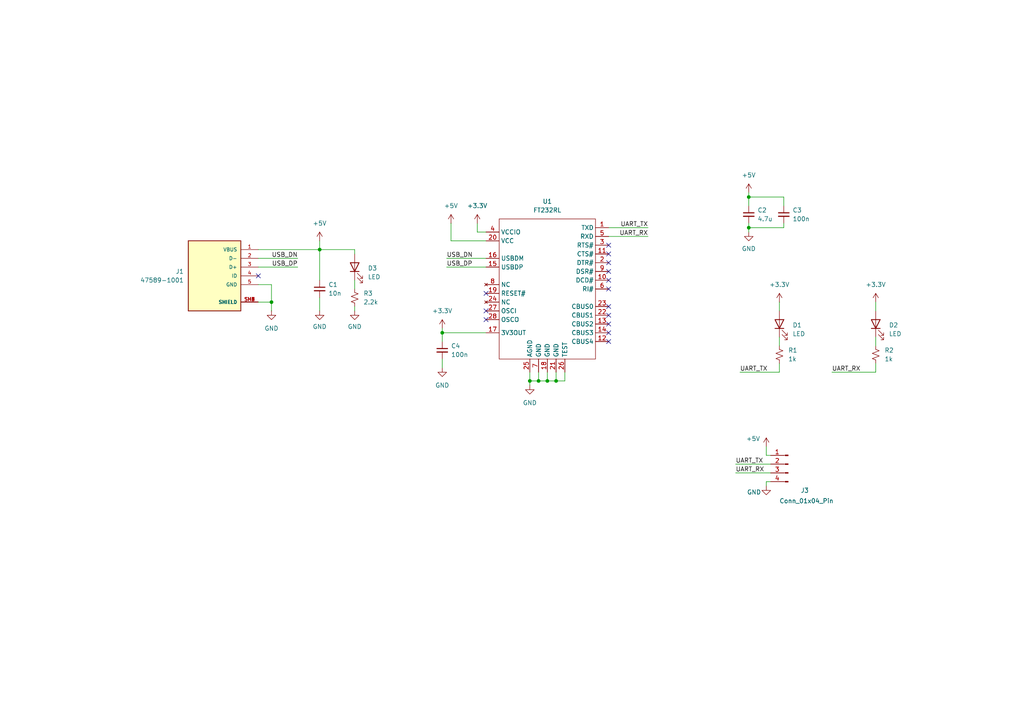
<source format=kicad_sch>
(kicad_sch (version 20231120) (generator "eeschema") (generator_version "8.0")
  (paper "A4")
  (lib_symbols
    (symbol "47589-1001:47589-1001" (pin_names (offset 1.016))
      (property "Reference" "J" (at -7.62 10.922 0))
      (property "Value" "47589-1001" (at -7.62 -12.7 0))
      (symbol "47589-1001_0_0"
        (rectangle (start -7.62 -10.16) (end 7.62 10.16) (stroke (width 0.254)) (fill (type background)))
        (pin passive line (at -12.7 7.62 0) (length 5.08) (name "VBUS") (number "1"))
        (pin passive line (at -12.7 5.08 0) (length 5.08) (name "D-") (number "2"))
        (pin passive line (at -12.7 2.54 0) (length 5.08) (name "D+") (number "3"))
        (pin passive line (at -12.7 0 0) (length 5.08) (name "ID") (number "4"))
        (pin passive line (at -12.7 -2.54 0) (length 5.08) (name "GND") (number "5"))
        (pin passive line (at -12.7 -7.62 0) (length 5.08) (name "SHIELD") (number "SH1"))
        (pin passive line (at -12.7 -7.62 0) (length 5.08) (name "SHIELD") (number "SH2"))
        (pin passive line (at -12.7 -7.62 0) (length 5.08) (name "SHIELD") (number "SH3"))
        (pin passive line (at -12.7 -7.62 0) (length 5.08) (name "SHIELD") (number "SH4"))
        (pin passive line (at -12.7 -7.62 0) (length 5.08) (name "SHIELD") (number "SH5"))
        (pin passive line (at -12.7 -7.62 0) (length 5.08) (name "SHIELD") (number "SH6"))
      )
    )
    (symbol "Connector:Conn_01x04_Pin" (pin_names (offset 1.016) hide)
      (property "Reference" "J" (at 0 5.08 0))
      (property "Value" "Conn_01x04_Pin" (at 0 -7.62 0))
      (symbol "Conn_01x04_Pin_1_1"
        (polyline (pts (xy 1.27 -5.08) (xy 0.8636 -5.08)) (stroke (width 0.1524)))
        (polyline (pts (xy 1.27 -2.54) (xy 0.8636 -2.54)) (stroke (width 0.1524)))
        (polyline (pts (xy 1.27 0) (xy 0.8636 0)) (stroke (width 0.1524)))
        (polyline (pts (xy 1.27 2.54) (xy 0.8636 2.54)) (stroke (width 0.1524)))
        (rectangle (start 0.8636 -4.953) (end 0 -5.207) (stroke (width 0.1524)) (fill (type outline)))
        (rectangle (start 0.8636 -2.413) (end 0 -2.667) (stroke (width 0.1524)) (fill (type outline)))
        (rectangle (start 0.8636 0.127) (end 0 -0.127) (stroke (width 0.1524)) (fill (type outline)))
        (rectangle (start 0.8636 2.667) (end 0 2.413) (stroke (width 0.1524)) (fill (type outline)))
        (pin passive line (at 5.08 2.54 180) (length 3.81) (name "Pin_1") (number "1"))
        (pin passive line (at 5.08 0 180) (length 3.81) (name "Pin_2") (number "2"))
        (pin passive line (at 5.08 -2.54 180) (length 3.81) (name "Pin_3") (number "3"))
        (pin passive line (at 5.08 -5.08 180) (length 3.81) (name "Pin_4") (number "4"))
      )
    )
    (symbol "Device:C_Small" (pin_numbers hide) (pin_names (offset 0.254) hide)
      (property "Reference" "C" (at 0.254 1.778 0))
      (property "Value" "C_Small" (at 0.254 -2.032 0))
      (symbol "C_Small_0_1"
        (polyline (pts (xy -1.524 -0.508) (xy 1.524 -0.508)) (stroke (width 0.3302)))
        (polyline (pts (xy -1.524 0.508) (xy 1.524 0.508)) (stroke (width 0.3048)))
      )
      (symbol "C_Small_1_1"
        (pin passive line (at 0 2.54 270) (length 2.032) (name "~") (number "1"))
        (pin passive line (at 0 -2.54 90) (length 2.032) (name "~") (number "2"))
      )
    )
    (symbol "Device:LED" (pin_numbers hide) (pin_names (offset 1.016) hide)
      (property "Reference" "D" (at 0 2.54 0))
      (property "Value" "LED" (at 0 -2.54 0))
      (symbol "LED_0_1"
        (polyline (pts (xy -1.27 -1.27) (xy -1.27 1.27)) (stroke (width 0.254)))
        (polyline (pts (xy -1.27 0) (xy 1.27 0)))
        (polyline (pts (xy 1.27 -1.27) (xy 1.27 1.27) (xy -1.27 0) (xy 1.27 -1.27)) (stroke (width 0.254)))
        (polyline (pts (xy -3.048 -0.762) (xy -4.572 -2.286) (xy -3.81 -2.286) (xy -4.572 -2.286) (xy -4.572 -1.524)))
        (polyline (pts (xy -1.778 -0.762) (xy -3.302 -2.286) (xy -2.54 -2.286) (xy -3.302 -2.286) (xy -3.302 -1.524)))
      )
      (symbol "LED_1_1"
        (pin passive line (at -3.81 0 0) (length 2.54) (name "K") (number "1"))
        (pin passive line (at 3.81 0 180) (length 2.54) (name "A") (number "2"))
      )
    )
    (symbol "Device:R_Small_US" (pin_numbers hide) (pin_names (offset 0.254) hide)
      (property "Reference" "R" (at 0.762 0.508 0))
      (property "Value" "R_Small_US" (at 0.762 -1.016 0))
      (symbol "R_Small_US_1_1"
        (polyline (pts (xy 0 0) (xy 1.016 -0.381) (xy 0 -0.762) (xy -1.016 -1.143) (xy 0 -1.524)))
        (polyline (pts (xy 0 1.524) (xy 1.016 1.143) (xy 0 0.762) (xy -1.016 0.381) (xy 0 0)))
        (pin passive line (at 0 2.54 270) (length 1.016) (name "~") (number "1"))
        (pin passive line (at 0 -2.54 90) (length 1.016) (name "~") (number "2"))
      )
    )
    (symbol "power:+3.3V" (power) (pin_numbers hide) (pin_names (offset 0) hide)
      (property "Value" "+3.3V" (at 0 3.556 0))
      (symbol "+3.3V_0_1"
        (polyline (pts (xy -0.762 1.27) (xy 0 2.54)))
        (polyline (pts (xy 0 0) (xy 0 2.54)))
        (polyline (pts (xy 0 2.54) (xy 0.762 1.27)))
      )
      (symbol "+3.3V_1_1"
        (pin power_in line (at 0 0 90) (length 0) (name "~") (number "1"))
      )
    )
    (symbol "power:+5V" (power) (pin_numbers hide) (pin_names (offset 0) hide)
      (property "Value" "+5V" (at 0 3.556 0))
      (symbol "+5V_0_1"
        (polyline (pts (xy -0.762 1.27) (xy 0 2.54)))
        (polyline (pts (xy 0 0) (xy 0 2.54)))
        (polyline (pts (xy 0 2.54) (xy 0.762 1.27)))
      )
      (symbol "+5V_1_1"
        (pin power_in line (at 0 0 90) (length 0) (name "~") (number "1"))
      )
    )
    (symbol "power:GND" (power) (pin_numbers hide) (pin_names (offset 0) hide)
      (property "Value" "GND" (at 0 -3.81 0))
      (symbol "GND_0_1"
        (polyline (pts (xy 0 0) (xy 0 -1.27) (xy 1.27 -1.27) (xy 0 -2.54) (xy -1.27 -1.27) (xy 0 -1.27)))
      )
      (symbol "GND_1_1"
        (pin power_in line (at 0 0 270) (length 0) (name "~") (number "1"))
      )
    )
    (symbol "user_symbols:FT232RL"
      (property "Reference" "U" (at 0 26.67 0))
      (property "Value" "FT232RL" (at 0 24.13 0))
      (symbol "FT232RL_0_1"
        (rectangle (start -13.97 21.59) (end 13.97 -19.05))
      )
      (symbol "FT232RL_1_1"
        (pin output line (at 17.78 19.05 180) (length 3.81) (name "TXD") (number "1"))
        (pin input line (at 17.78 3.81 180) (length 3.81) (name "DCD#") (number "10"))
        (pin input line (at 17.78 11.43 180) (length 3.81) (name "CTS#") (number "11"))
        (pin bidirectional line (at 17.78 -13.97 180) (length 3.81) (name "CBUS4") (number "12"))
        (pin bidirectional line (at 17.78 -8.89 180) (length 3.81) (name "CBUS2") (number "13"))
        (pin bidirectional line (at 17.78 -11.43 180) (length 3.81) (name "CBUS3") (number "14"))
        (pin bidirectional line (at -17.78 7.62 0) (length 3.81) (name "USBDP") (number "15"))
        (pin bidirectional line (at -17.78 10.16 0) (length 3.81) (name "USBDM") (number "16"))
        (pin power_out line (at -17.78 -11.43 0) (length 3.81) (name "3V3OUT") (number "17"))
        (pin power_in line (at 0 -22.86 90) (length 3.81) (name "GND") (number "18"))
        (pin input line (at -17.78 0 0) (length 3.81) (name "RESET#") (number "19"))
        (pin output line (at 17.78 8.89 180) (length 3.81) (name "DTR#") (number "2"))
        (pin power_in line (at -17.78 15.24 0) (length 3.81) (name "VCC") (number "20"))
        (pin power_in line (at 2.54 -22.86 90) (length 3.81) (name "GND") (number "21"))
        (pin bidirectional line (at 17.78 -6.35 180) (length 3.81) (name "CBUS1") (number "22"))
        (pin bidirectional line (at 17.78 -3.81 180) (length 3.81) (name "CBUS0") (number "23"))
        (pin no_connect line (at -17.78 -2.54 0) (length 3.81) (name "NC") (number "24"))
        (pin power_in line (at -5.08 -22.86 90) (length 3.81) (name "AGND") (number "25"))
        (pin input line (at 5.08 -22.86 90) (length 3.81) (name "TEST") (number "26"))
        (pin input line (at -17.78 -5.08 0) (length 3.81) (name "OSCI") (number "27"))
        (pin output line (at -17.78 -7.62 0) (length 3.81) (name "OSCO") (number "28"))
        (pin output line (at 17.78 13.97 180) (length 3.81) (name "RTS#") (number "3"))
        (pin power_in line (at -17.78 17.78 0) (length 3.81) (name "VCCIO") (number "4"))
        (pin input line (at 17.78 16.51 180) (length 3.81) (name "RXD") (number "5"))
        (pin input line (at 17.78 1.27 180) (length 3.81) (name "RI#") (number "6"))
        (pin power_in line (at -2.54 -22.86 90) (length 3.81) (name "GND") (number "7"))
        (pin no_connect line (at -17.78 2.54 0) (length 3.81) (name "NC") (number "8"))
        (pin input line (at 17.78 6.35 180) (length 3.81) (name "DSR#") (number "9"))
      )
    )
  )
  (junction (at 78.74 87.63))
  (junction (at 156.21 110.49))
  (junction (at 158.75 110.49))
  (junction (at 92.71 72.39))
  (junction (at 128.27 96.52))
  (junction (at 217.17 57.15))
  (junction (at 217.17 66.04))
  (junction (at 153.67 110.49))
  (junction (at 161.29 110.49))
  (no_connect (at 176.53 73.66))
  (no_connect (at 176.53 81.28))
  (no_connect (at 176.53 78.74))
  (no_connect (at 140.97 92.71))
  (no_connect (at 176.53 83.82))
  (no_connect (at 176.53 91.44))
  (no_connect (at 176.53 96.52))
  (no_connect (at 176.53 88.9))
  (no_connect (at 74.93 80.01))
  (no_connect (at 176.53 99.06))
  (no_connect (at 140.97 85.09))
  (no_connect (at 140.97 90.17))
  (no_connect (at 176.53 71.12))
  (no_connect (at 176.53 76.2))
  (no_connect (at 176.53 93.98))
  (wire (pts (xy 156.21 107.95) (xy 156.21 110.49)))
  (wire (pts (xy 128.27 96.52) (xy 128.27 99.06)))
  (wire (pts (xy 176.53 66.04) (xy 187.96 66.04)))
  (wire (pts (xy 140.97 69.85) (xy 130.81 69.85)))
  (wire (pts (xy 92.71 90.17) (xy 92.71 86.36)))
  (wire (pts (xy 92.71 72.39) (xy 74.93 72.39)))
  (wire (pts (xy 254 97.79) (xy 254 100.33)))
  (wire (pts (xy 128.27 95.25) (xy 128.27 96.52)))
  (wire (pts (xy 140.97 67.31) (xy 138.43 67.31)))
  (wire (pts (xy 156.21 110.49) (xy 153.67 110.49)))
  (wire (pts (xy 138.43 67.31) (xy 138.43 64.77)))
  (wire (pts (xy 78.74 82.55) (xy 78.74 87.63)))
  (wire (pts (xy 74.93 77.47) (xy 86.36 77.47)))
  (wire (pts (xy 227.33 57.15) (xy 227.33 59.69)))
  (wire (pts (xy 227.33 64.77) (xy 227.33 66.04)))
  (wire (pts (xy 92.71 69.85) (xy 92.71 72.39)))
  (wire (pts (xy 140.97 74.93) (xy 129.54 74.93)))
  (wire (pts (xy 158.75 107.95) (xy 158.75 110.49)))
  (wire (pts (xy 161.29 110.49) (xy 158.75 110.49)))
  (wire (pts (xy 153.67 107.95) (xy 153.67 110.49)))
  (wire (pts (xy 161.29 107.95) (xy 161.29 110.49)))
  (wire (pts (xy 74.93 87.63) (xy 78.74 87.63)))
  (wire (pts (xy 102.87 72.39) (xy 102.87 73.66)))
  (wire (pts (xy 227.33 66.04) (xy 217.17 66.04)))
  (wire (pts (xy 254 87.63) (xy 254 90.17)))
  (wire (pts (xy 223.52 137.16) (xy 213.36 137.16)))
  (wire (pts (xy 74.93 74.93) (xy 86.36 74.93)))
  (wire (pts (xy 217.17 66.04) (xy 217.17 64.77)))
  (wire (pts (xy 254 105.41) (xy 254 107.95)))
  (wire (pts (xy 102.87 81.28) (xy 102.87 83.82)))
  (wire (pts (xy 140.97 77.47) (xy 129.54 77.47)))
  (wire (pts (xy 223.52 132.08) (xy 222.25 132.08)))
  (wire (pts (xy 74.93 82.55) (xy 78.74 82.55)))
  (wire (pts (xy 163.83 110.49) (xy 161.29 110.49)))
  (wire (pts (xy 226.06 97.79) (xy 226.06 100.33)))
  (wire (pts (xy 130.81 69.85) (xy 130.81 64.77)))
  (wire (pts (xy 226.06 87.63) (xy 226.06 90.17)))
  (wire (pts (xy 222.25 139.7) (xy 222.25 140.97)))
  (wire (pts (xy 140.97 96.52) (xy 128.27 96.52)))
  (wire (pts (xy 92.71 72.39) (xy 102.87 72.39)))
  (wire (pts (xy 78.74 87.63) (xy 78.74 90.17)))
  (wire (pts (xy 102.87 88.9) (xy 102.87 90.17)))
  (wire (pts (xy 217.17 57.15) (xy 227.33 57.15)))
  (wire (pts (xy 163.83 107.95) (xy 163.83 110.49)))
  (wire (pts (xy 217.17 67.31) (xy 217.17 66.04)))
  (wire (pts (xy 217.17 57.15) (xy 217.17 59.69)))
  (wire (pts (xy 92.71 81.28) (xy 92.71 72.39)))
  (wire (pts (xy 226.06 105.41) (xy 226.06 107.95)))
  (wire (pts (xy 153.67 111.76) (xy 153.67 110.49)))
  (wire (pts (xy 217.17 55.88) (xy 217.17 57.15)))
  (wire (pts (xy 158.75 110.49) (xy 156.21 110.49)))
  (wire (pts (xy 241.3 107.95) (xy 254 107.95)))
  (wire (pts (xy 222.25 132.08) (xy 222.25 129.54)))
  (wire (pts (xy 223.52 139.7) (xy 222.25 139.7)))
  (wire (pts (xy 214.63 107.95) (xy 226.06 107.95)))
  (wire (pts (xy 128.27 104.14) (xy 128.27 106.68)))
  (wire (pts (xy 176.53 68.58) (xy 187.96 68.58)))
  (wire (pts (xy 223.52 134.62) (xy 213.36 134.62)))
  (label "USB_DP" (at 86.36 77.47 180))
  (label "USB_DP" (at 129.54 77.47 0))
  (label "UART_TX" (at 213.36 134.62 0))
  (label "UART_TX" (at 187.96 66.04 180))
  (label "USB_DN" (at 129.54 74.93 0))
  (label "UART_TX" (at 214.63 107.95 0))
  (label "UART_RX" (at 241.3 107.95 0))
  (label "UART_RX" (at 187.96 68.58 180))
  (label "UART_RX" (at 213.36 137.16 0))
  (label "USB_DN" (at 86.36 74.93 180))
  (symbol (lib_id "power:+5V") (at 92.71 69.85 0) (unit 1)
    (property "Reference" "#PWR01" (effects (hide yes)))
    (property "Value" "+5V" (at 92.71 64.77 0))
    (property "Description" "Power symbol creates a global label with name \"+5V\"" (effects (hide yes)))
  )
  (symbol (lib_id "Device:C_Small") (at 128.27 101.6 0) (unit 1)
    (property "Reference" "C4" (at 130.81 100.3362 0) (effects (justify left)))
    (property "Value" "100n" (at 130.81 102.8762 0) (effects (justify left)))
    (property "Footprint" "Capacitor_SMD:C_0402_1005Metric" (effects (hide yes)))
    (property "Description" "Unpolarized capacitor, small symbol" (effects (hide yes)))
  )
  (symbol (lib_id "user_symbols:FT232RL") (at 158.75 85.09 0) (unit 1)
    (property "Reference" "U1" (at 158.75 58.42 0))
    (property "Value" "FT232RL" (at 158.75 60.96 0))
    (property "Footprint" "user_footprints:28-LD-SSOP" (effects (hide yes)))
  )
  (symbol (lib_id "power:+5V") (at 217.17 55.88 0) (unit 1)
    (property "Reference" "#PWR010" (effects (hide yes)))
    (property "Value" "+5V" (at 217.17 50.8 0))
    (property "Description" "Power symbol creates a global label with name \"+5V\"" (effects (hide yes)))
  )
  (symbol (lib_id "power:+5V") (at 222.25 129.54 0) (unit 1)
    (property "Reference" "#PWR06" (effects (hide yes)))
    (property "Value" "+5V" (at 218.44 127.254 0))
    (property "Description" "Power symbol creates a global label with name \"+5V\"" (effects (hide yes)))
  )
  (symbol (lib_id "Device:LED") (at 102.87 77.47 90) (unit 1)
    (property "Reference" "D3" (at 106.68 77.7874 90) (effects (justify right)))
    (property "Value" "LED" (at 106.68 80.3274 90) (effects (justify right)))
    (property "Footprint" "LED_SMD:LED_0805_2012Metric" (effects (hide yes)))
    (property "Description" "Light emitting diode" (effects (hide yes)))
  )
  (symbol (lib_id "Device:R_Small_US") (at 226.06 102.87 180) (unit 1)
    (property "Reference" "R1" (at 228.6 101.5999 0) (effects (justify right)))
    (property "Value" "1k" (at 228.6 104.1399 0) (effects (justify right)))
    (property "Footprint" "Resistor_SMD:R_0402_1005Metric" (effects (hide yes)))
    (property "Description" "Resistor, small US symbol" (effects (hide yes)))
  )
  (symbol (lib_id "power:+3.3V") (at 128.27 95.25 0) (unit 1)
    (property "Reference" "#PWR012" (effects (hide yes)))
    (property "Value" "+3.3V" (at 128.27 90.17 0))
    (property "Description" "Power symbol creates a global label with name \"+3.3V\"" (effects (hide yes)))
  )
  (symbol (lib_id "power:+3.3V") (at 254 87.63 0) (unit 1)
    (property "Reference" "#PWR014" (effects (hide yes)))
    (property "Value" "+3.3V" (at 254 82.55 0))
    (property "Description" "Power symbol creates a global label with name \"+3.3V\"" (effects (hide yes)))
  )
  (symbol (lib_id "power:+5V") (at 130.81 64.77 0) (unit 1)
    (property "Reference" "#PWR03" (effects (hide yes)))
    (property "Value" "+5V" (at 130.81 59.69 0))
    (property "Description" "Power symbol creates a global label with name \"+5V\"" (effects (hide yes)))
  )
  (symbol (lib_id "power:GND") (at 153.67 111.76 0) (unit 1)
    (property "Reference" "#PWR05" (effects (hide yes)))
    (property "Value" "GND" (at 153.67 116.84 0))
    (property "Description" "Power symbol creates a global label with name \"GND\" , ground" (effects (hide yes)))
  )
  (symbol (lib_id "power:GND") (at 128.27 106.68 0) (unit 1)
    (property "Reference" "#PWR011" (effects (hide yes)))
    (property "Value" "GND" (at 128.27 111.76 0))
    (property "Description" "Power symbol creates a global label with name \"GND\" , ground" (effects (hide yes)))
  )
  (symbol (lib_id "power:+3.3V") (at 138.43 64.77 0) (unit 1)
    (property "Reference" "#PWR04" (effects (hide yes)))
    (property "Value" "+3.3V" (at 138.43 59.69 0))
    (property "Description" "Power symbol creates a global label with name \"+3.3V\"" (effects (hide yes)))
  )
  (symbol (lib_id "Device:LED") (at 254 93.98 90) (unit 1)
    (property "Reference" "D2" (at 257.81 94.2974 90) (effects (justify right)))
    (property "Value" "LED" (at 257.81 96.8374 90) (effects (justify right)))
    (property "Footprint" "LED_SMD:LED_0805_2012Metric" (effects (hide yes)))
    (property "Description" "Light emitting diode" (effects (hide yes)))
  )
  (symbol (lib_id "47589-1001:47589-1001") (at 62.23 80.01 0) (mirror y) (unit 1)
    (property "Reference" "J1" (at 53.34 78.7399 0) (effects (justify left)))
    (property "Value" "47589-1001" (at 53.34 81.2799 0) (effects (justify left)))
    (property "Footprint" "user_footprints:MOLEX_47589-1001" (effects (hide yes)))
    (property "MF" "Molex" (effects (hide yes)))
    (property "MAXIMUM_PACKAGE_HEIGHT" "3.10mm" (effects (hide yes)))
    (property "Package" "None" (effects (hide yes)))
    (property "Price" "None" (effects (hide yes)))
    (property "Check_prices" "https://www.snapeda.com/parts/0475891001/Molex/view-part/?ref=eda" (effects (hide yes)))
    (property "STANDARD" "Manufacturer Recommendations" (effects (hide yes)))
    (property "PARTREV" "B" (effects (hide yes)))
    (property "SnapEDA_Link" "https://www.snapeda.com/parts/0475891001/Molex/view-part/?ref=snap" (effects (hide yes)))
    (property "MP" "0475891001" (effects (hide yes)))
    (property "Description_1" "\n                        \n                            USB - micro AB - Receptacle Connector 5 Position Surface Mount, Right Angle; Through Hole\n                        \n" (effects (hide yes)))
    (property "Availability" "In Stock" (effects (hide yes)))
    (property "MANUFACTURER" "Molex" (effects (hide yes)))
  )
  (symbol (lib_id "power:+3.3V") (at 226.06 87.63 0) (unit 1)
    (property "Reference" "#PWR013" (effects (hide yes)))
    (property "Value" "+3.3V" (at 226.06 82.55 0))
    (property "Description" "Power symbol creates a global label with name \"+3.3V\"" (effects (hide yes)))
  )
  (symbol (lib_id "Device:C_Small") (at 217.17 62.23 0) (unit 1)
    (property "Reference" "C2" (at 219.71 60.9662 0) (effects (justify left)))
    (property "Value" "4.7u" (at 219.71 63.5062 0) (effects (justify left)))
    (property "Footprint" "Capacitor_SMD:C_0805_2012Metric" (effects (hide yes)))
    (property "Description" "Unpolarized capacitor, small symbol" (effects (hide yes)))
  )
  (symbol (lib_id "power:GND") (at 78.74 90.17 0) (unit 1)
    (property "Reference" "#PWR02" (effects (hide yes)))
    (property "Value" "GND" (at 78.74 95.25 0))
    (property "Description" "Power symbol creates a global label with name \"GND\" , ground" (effects (hide yes)))
  )
  (symbol (lib_id "power:GND") (at 102.87 90.17 0) (unit 1)
    (property "Reference" "#PWR015" (effects (hide yes)))
    (property "Value" "GND" (at 102.87 94.742 0))
    (property "Description" "Power symbol creates a global label with name \"GND\" , ground" (effects (hide yes)))
  )
  (symbol (lib_id "power:GND") (at 222.25 140.97 0) (unit 1)
    (property "Reference" "#PWR07" (effects (hide yes)))
    (property "Value" "GND" (at 218.694 142.748 0))
    (property "Description" "Power symbol creates a global label with name \"GND\" , ground" (effects (hide yes)))
  )
  (symbol (lib_id "Device:C_Small") (at 227.33 62.23 0) (unit 1)
    (property "Reference" "C3" (at 229.87 60.9662 0) (effects (justify left)))
    (property "Value" "100n" (at 229.87 63.5062 0) (effects (justify left)))
    (property "Footprint" "Capacitor_SMD:C_0402_1005Metric" (effects (hide yes)))
    (property "Description" "Unpolarized capacitor, small symbol" (effects (hide yes)))
  )
  (symbol (lib_id "Device:R_Small_US") (at 102.87 86.36 180) (unit 1)
    (property "Reference" "R3" (at 105.41 85.0899 0) (effects (justify right)))
    (property "Value" "2.2k" (at 105.41 87.6299 0) (effects (justify right)))
    (property "Footprint" "Resistor_SMD:R_0402_1005Metric" (effects (hide yes)))
    (property "Description" "Resistor, small US symbol" (effects (hide yes)))
  )
  (symbol (lib_id "power:GND") (at 92.71 90.17 0) (unit 1)
    (property "Reference" "#PWR08" (effects (hide yes)))
    (property "Value" "GND" (at 92.71 94.742 0))
    (property "Description" "Power symbol creates a global label with name \"GND\" , ground" (effects (hide yes)))
  )
  (symbol (lib_id "power:GND") (at 217.17 67.31 0) (unit 1)
    (property "Reference" "#PWR09" (effects (hide yes)))
    (property "Value" "GND" (at 217.17 72.136 0))
    (property "Description" "Power symbol creates a global label with name \"GND\" , ground" (effects (hide yes)))
  )
  (symbol (lib_id "Connector:Conn_01x04_Pin") (at 228.6 134.62 0) (mirror y) (unit 1)
    (property "Reference" "J3" (at 233.426 142.24 0))
    (property "Value" "Conn_01x04_Pin" (at 233.934 145.288 0))
    (property "Footprint" "Connector_PinHeader_2.54mm:PinHeader_1x04_P2.54mm_Vertical" (effects (hide yes)))
    (property "Description" "Generic connector, single row, 01x04, script generated" (effects (hide yes)))
  )
  (symbol (lib_id "Device:R_Small_US") (at 254 102.87 180) (unit 1)
    (property "Reference" "R2" (at 256.54 101.5999 0) (effects (justify right)))
    (property "Value" "1k" (at 256.54 104.1399 0) (effects (justify right)))
    (property "Footprint" "Resistor_SMD:R_0402_1005Metric" (effects (hide yes)))
    (property "Description" "Resistor, small US symbol" (effects (hide yes)))
  )
  (symbol (lib_id "Device:C_Small") (at 92.71 83.82 0) (unit 1)
    (property "Reference" "C1" (at 95.25 82.5562 0) (effects (justify left)))
    (property "Value" "10n" (at 95.25 85.0962 0) (effects (justify left)))
    (property "Footprint" "Capacitor_SMD:C_0402_1005Metric" (effects (hide yes)))
    (property "Description" "Unpolarized capacitor, small symbol" (effects (hide yes)))
  )
  (symbol (lib_id "Device:LED") (at 226.06 93.98 90) (unit 1)
    (property "Reference" "D1" (at 229.87 94.2974 90) (effects (justify right)))
    (property "Value" "LED" (at 229.87 96.8374 90) (effects (justify right)))
    (property "Footprint" "LED_SMD:LED_0805_2012Metric" (effects (hide yes)))
    (property "Description" "Light emitting diode" (effects (hide yes)))
  )
)
</source>
